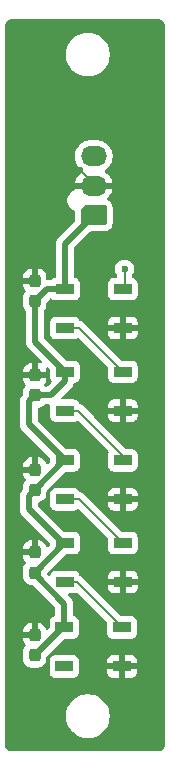
<source format=gbr>
%TF.GenerationSoftware,KiCad,Pcbnew,9.0.3*%
%TF.CreationDate,2025-10-13T20:54:41-05:00*%
%TF.ProjectId,IndicationPCB,496e6469-6361-4746-996f-6e5043422e6b,rev?*%
%TF.SameCoordinates,Original*%
%TF.FileFunction,Copper,L1,Top*%
%TF.FilePolarity,Positive*%
%FSLAX46Y46*%
G04 Gerber Fmt 4.6, Leading zero omitted, Abs format (unit mm)*
G04 Created by KiCad (PCBNEW 9.0.3) date 2025-10-13 20:54:41*
%MOMM*%
%LPD*%
G01*
G04 APERTURE LIST*
G04 Aperture macros list*
%AMRoundRect*
0 Rectangle with rounded corners*
0 $1 Rounding radius*
0 $2 $3 $4 $5 $6 $7 $8 $9 X,Y pos of 4 corners*
0 Add a 4 corners polygon primitive as box body*
4,1,4,$2,$3,$4,$5,$6,$7,$8,$9,$2,$3,0*
0 Add four circle primitives for the rounded corners*
1,1,$1+$1,$2,$3*
1,1,$1+$1,$4,$5*
1,1,$1+$1,$6,$7*
1,1,$1+$1,$8,$9*
0 Add four rect primitives between the rounded corners*
20,1,$1+$1,$2,$3,$4,$5,0*
20,1,$1+$1,$4,$5,$6,$7,0*
20,1,$1+$1,$6,$7,$8,$9,0*
20,1,$1+$1,$8,$9,$2,$3,0*%
%AMFreePoly0*
4,1,22,0.945671,0.830970,1.026777,0.776777,1.080970,0.695671,1.100000,0.600000,1.100000,-0.600000,1.080970,-0.695671,1.026777,-0.776777,0.945671,-0.830970,0.850000,-0.850000,-0.850000,-0.850000,-0.945671,-0.830970,-1.026777,-0.776777,-1.080970,-0.695671,-1.100000,-0.600000,-1.100000,0.346447,-1.080970,0.442118,-1.026777,0.523224,-0.773224,0.776777,-0.692118,0.830970,-0.596447,0.850000,
0.850000,0.850000,0.945671,0.830970,0.945671,0.830970,$1*%
G04 Aperture macros list end*
%TA.AperFunction,SMDPad,CuDef*%
%ADD10R,1.500000X0.900000*%
%TD*%
%TA.AperFunction,SMDPad,CuDef*%
%ADD11RoundRect,0.237500X0.237500X-0.300000X0.237500X0.300000X-0.237500X0.300000X-0.237500X-0.300000X0*%
%TD*%
%TA.AperFunction,ComponentPad*%
%ADD12FreePoly0,0.000000*%
%TD*%
%TA.AperFunction,ComponentPad*%
%ADD13O,2.200000X1.700000*%
%TD*%
%TA.AperFunction,ViaPad*%
%ADD14C,0.600000*%
%TD*%
%TA.AperFunction,Conductor*%
%ADD15C,0.500000*%
%TD*%
%TA.AperFunction,Conductor*%
%ADD16C,0.200000*%
%TD*%
G04 APERTURE END LIST*
D10*
%TO.P,LED2,1-VDD,VDD*%
%TO.N,+5V*%
X142550000Y-78850000D03*
%TO.P,LED2,2-DOUT,DO*%
%TO.N,Net-(LED2-DO)*%
X142550000Y-82150000D03*
%TO.P,LED2,3-GND,GND*%
%TO.N,GND*%
X147450000Y-82150000D03*
%TO.P,LED2,4-DIN,DI*%
%TO.N,Net-(LED1-DO)*%
X147450000Y-78850000D03*
%TD*%
%TO.P,LED1,1-VDD,VDD*%
%TO.N,+5V*%
X142550000Y-71850000D03*
%TO.P,LED1,2-DOUT,DO*%
%TO.N,Net-(LED1-DO)*%
X142550000Y-75150000D03*
%TO.P,LED1,3-GND,GND*%
%TO.N,GND*%
X147450000Y-75150000D03*
%TO.P,LED1,4-DIN,DI*%
%TO.N,/DIN*%
X147450000Y-71850000D03*
%TD*%
D11*
%TO.P,C2,1*%
%TO.N,+5V*%
X140000000Y-80862500D03*
%TO.P,C2,2*%
%TO.N,GND*%
X140000000Y-79137500D03*
%TD*%
D10*
%TO.P,LED3,1-VDD,VDD*%
%TO.N,+5V*%
X142550000Y-86350000D03*
%TO.P,LED3,2-DOUT,DO*%
%TO.N,Net-(LED3-DO)*%
X142550000Y-89650000D03*
%TO.P,LED3,3-GND,GND*%
%TO.N,GND*%
X147450000Y-89650000D03*
%TO.P,LED3,4-DIN,DI*%
%TO.N,Net-(LED2-DO)*%
X147450000Y-86350000D03*
%TD*%
D11*
%TO.P,C3,1*%
%TO.N,+5V*%
X140000000Y-88862500D03*
%TO.P,C3,2*%
%TO.N,GND*%
X140000000Y-87137500D03*
%TD*%
D10*
%TO.P,LED4,1-VDD,VDD*%
%TO.N,+5V*%
X142550000Y-93350000D03*
%TO.P,LED4,2-DOUT,DO*%
%TO.N,Net-(LED4-DO)*%
X142550000Y-96650000D03*
%TO.P,LED4,3-GND,GND*%
%TO.N,GND*%
X147450000Y-96650000D03*
%TO.P,LED4,4-DIN,DI*%
%TO.N,Net-(LED3-DO)*%
X147450000Y-93350000D03*
%TD*%
D11*
%TO.P,C4,1*%
%TO.N,+5V*%
X140000000Y-95862500D03*
%TO.P,C4,2*%
%TO.N,GND*%
X140000000Y-94137500D03*
%TD*%
%TO.P,C1,1*%
%TO.N,+5V*%
X140000000Y-72862500D03*
%TO.P,C1,2*%
%TO.N,GND*%
X140000000Y-71137500D03*
%TD*%
%TO.P,C5,1*%
%TO.N,+5V*%
X140000000Y-102862500D03*
%TO.P,C5,2*%
%TO.N,GND*%
X140000000Y-101137500D03*
%TD*%
D10*
%TO.P,LED5,1-VDD,VDD*%
%TO.N,+5V*%
X142500000Y-100500000D03*
%TO.P,LED5,2-DOUT,DO*%
%TO.N,unconnected-(LED5-DO-Pad2-DOUT)*%
X142500000Y-103800000D03*
%TO.P,LED5,3-GND,GND*%
%TO.N,GND*%
X147400000Y-103800000D03*
%TO.P,LED5,4-DIN,DI*%
%TO.N,Net-(LED4-DO)*%
X147400000Y-100500000D03*
%TD*%
D12*
%TO.P,J1,1,Pin_1*%
%TO.N,+5V*%
X145000000Y-65600000D03*
D13*
%TO.P,J1,2,Pin_2*%
%TO.N,GND*%
X145000000Y-63100000D03*
%TO.P,J1,3,Pin_3*%
%TO.N,/DIN*%
X145000000Y-60600000D03*
%TD*%
D14*
%TO.N,GND*%
X143800000Y-61800000D03*
%TO.N,/DIN*%
X147600000Y-70150000D03*
%TD*%
D15*
%TO.N,+5V*%
X140000000Y-96000000D02*
X142500000Y-98500000D01*
X139500000Y-83300000D02*
X142550000Y-86350000D01*
X141012500Y-71850000D02*
X140000000Y-72862500D01*
X142550000Y-79675000D02*
X141362500Y-80862500D01*
X142550000Y-86350000D02*
X142512500Y-86350000D01*
X140000000Y-88862500D02*
X139500000Y-89362500D01*
X139500000Y-89362500D02*
X139500000Y-90500000D01*
X142350000Y-93350000D02*
X142550000Y-93350000D01*
X142550000Y-71850000D02*
X141012500Y-71850000D01*
X140000000Y-72862500D02*
X140000000Y-76300000D01*
X142550000Y-93350000D02*
X142512500Y-93350000D01*
X139500000Y-81362500D02*
X139500000Y-83300000D01*
X139500000Y-90500000D02*
X142350000Y-93350000D01*
X142362500Y-100500000D02*
X140000000Y-102862500D01*
X142550000Y-71850000D02*
X142550000Y-68050000D01*
X142550000Y-78850000D02*
X142550000Y-79675000D01*
X140000000Y-95862500D02*
X140000000Y-96000000D01*
X142550000Y-68050000D02*
X145000000Y-65600000D01*
X142500000Y-100500000D02*
X142362500Y-100500000D01*
X142500000Y-98500000D02*
X142500000Y-100500000D01*
X141362500Y-80862500D02*
X140000000Y-80862500D01*
X142512500Y-93350000D02*
X140000000Y-95862500D01*
X140000000Y-80862500D02*
X139500000Y-81362500D01*
X142512500Y-86350000D02*
X140000000Y-88862500D01*
X140000000Y-76300000D02*
X142550000Y-78850000D01*
D16*
%TO.N,GND*%
X144900000Y-63000000D02*
X145000000Y-63100000D01*
X144900000Y-62900000D02*
X144900000Y-63000000D01*
X143800000Y-61800000D02*
X144900000Y-62900000D01*
%TO.N,/DIN*%
X147450000Y-71850000D02*
X147600000Y-71700000D01*
X147600000Y-71700000D02*
X147600000Y-70150000D01*
%TO.N,Net-(LED1-DO)*%
X142550000Y-75150000D02*
X143750000Y-75150000D01*
X143750000Y-75150000D02*
X147450000Y-78850000D01*
%TO.N,Net-(LED2-DO)*%
X147450000Y-85950000D02*
X147450000Y-86350000D01*
X143650000Y-82150000D02*
X147450000Y-85950000D01*
X142550000Y-82150000D02*
X143650000Y-82150000D01*
%TO.N,Net-(LED3-DO)*%
X143750000Y-89650000D02*
X147450000Y-93350000D01*
X142550000Y-89650000D02*
X143750000Y-89650000D01*
%TO.N,Net-(LED4-DO)*%
X142550000Y-96650000D02*
X143550000Y-96650000D01*
X143550000Y-96650000D02*
X147400000Y-100500000D01*
%TD*%
%TA.AperFunction,Conductor*%
%TO.N,GND*%
G36*
X150506922Y-49001280D02*
G01*
X150597266Y-49011459D01*
X150624331Y-49017636D01*
X150703540Y-49045352D01*
X150728553Y-49057398D01*
X150799606Y-49102043D01*
X150821313Y-49119355D01*
X150880644Y-49178686D01*
X150897957Y-49200395D01*
X150942600Y-49271444D01*
X150954648Y-49296462D01*
X150982362Y-49375666D01*
X150988540Y-49402735D01*
X150998720Y-49493076D01*
X150999500Y-49506961D01*
X150999500Y-110493038D01*
X150998720Y-110506922D01*
X150998720Y-110506923D01*
X150988540Y-110597264D01*
X150982362Y-110624333D01*
X150954648Y-110703537D01*
X150942600Y-110728555D01*
X150897957Y-110799604D01*
X150880644Y-110821313D01*
X150821313Y-110880644D01*
X150799604Y-110897957D01*
X150728555Y-110942600D01*
X150703537Y-110954648D01*
X150624333Y-110982362D01*
X150597264Y-110988540D01*
X150517075Y-110997576D01*
X150506921Y-110998720D01*
X150493038Y-110999500D01*
X138006962Y-110999500D01*
X137993078Y-110998720D01*
X137980553Y-110997308D01*
X137902735Y-110988540D01*
X137875666Y-110982362D01*
X137796462Y-110954648D01*
X137771444Y-110942600D01*
X137700395Y-110897957D01*
X137678686Y-110880644D01*
X137619355Y-110821313D01*
X137602042Y-110799604D01*
X137557399Y-110728555D01*
X137545351Y-110703537D01*
X137517637Y-110624333D01*
X137511459Y-110597263D01*
X137501280Y-110506922D01*
X137500500Y-110493038D01*
X137500500Y-107878711D01*
X142649500Y-107878711D01*
X142649500Y-108121288D01*
X142681161Y-108361785D01*
X142743947Y-108596104D01*
X142836773Y-108820205D01*
X142836776Y-108820212D01*
X142958064Y-109030289D01*
X142958066Y-109030292D01*
X142958067Y-109030293D01*
X143105733Y-109222736D01*
X143105739Y-109222743D01*
X143277256Y-109394260D01*
X143277262Y-109394265D01*
X143469711Y-109541936D01*
X143679788Y-109663224D01*
X143903900Y-109756054D01*
X144138211Y-109818838D01*
X144318586Y-109842584D01*
X144378711Y-109850500D01*
X144378712Y-109850500D01*
X144621289Y-109850500D01*
X144669388Y-109844167D01*
X144861789Y-109818838D01*
X145096100Y-109756054D01*
X145320212Y-109663224D01*
X145530289Y-109541936D01*
X145722738Y-109394265D01*
X145894265Y-109222738D01*
X146041936Y-109030289D01*
X146163224Y-108820212D01*
X146256054Y-108596100D01*
X146318838Y-108361789D01*
X146350500Y-108121288D01*
X146350500Y-107878712D01*
X146318838Y-107638211D01*
X146256054Y-107403900D01*
X146163224Y-107179788D01*
X146041936Y-106969711D01*
X145894265Y-106777262D01*
X145894260Y-106777256D01*
X145722743Y-106605739D01*
X145722736Y-106605733D01*
X145530293Y-106458067D01*
X145530292Y-106458066D01*
X145530289Y-106458064D01*
X145320212Y-106336776D01*
X145320205Y-106336773D01*
X145096104Y-106243947D01*
X144861785Y-106181161D01*
X144621289Y-106149500D01*
X144621288Y-106149500D01*
X144378712Y-106149500D01*
X144378711Y-106149500D01*
X144138214Y-106181161D01*
X143903895Y-106243947D01*
X143679794Y-106336773D01*
X143679785Y-106336777D01*
X143469706Y-106458067D01*
X143277263Y-106605733D01*
X143277256Y-106605739D01*
X143105739Y-106777256D01*
X143105733Y-106777263D01*
X142958067Y-106969706D01*
X142836777Y-107179785D01*
X142836773Y-107179794D01*
X142743947Y-107403895D01*
X142681161Y-107638214D01*
X142649500Y-107878711D01*
X137500500Y-107878711D01*
X137500500Y-100788345D01*
X139025000Y-100788345D01*
X139025000Y-100887500D01*
X139750000Y-100887500D01*
X139750000Y-100100000D01*
X139713361Y-100100000D01*
X139713343Y-100100001D01*
X139612347Y-100110319D01*
X139448699Y-100164546D01*
X139448688Y-100164551D01*
X139301965Y-100255052D01*
X139301961Y-100255055D01*
X139180055Y-100376961D01*
X139180052Y-100376965D01*
X139089551Y-100523688D01*
X139089546Y-100523699D01*
X139035319Y-100687347D01*
X139025000Y-100788345D01*
X137500500Y-100788345D01*
X137500500Y-93788345D01*
X139025000Y-93788345D01*
X139025000Y-93887500D01*
X139750000Y-93887500D01*
X139750000Y-93100000D01*
X139713361Y-93100000D01*
X139713343Y-93100001D01*
X139612347Y-93110319D01*
X139448699Y-93164546D01*
X139448688Y-93164551D01*
X139301965Y-93255052D01*
X139301961Y-93255055D01*
X139180055Y-93376961D01*
X139180052Y-93376965D01*
X139089551Y-93523688D01*
X139089546Y-93523699D01*
X139035319Y-93687347D01*
X139025000Y-93788345D01*
X137500500Y-93788345D01*
X137500500Y-86788345D01*
X139025000Y-86788345D01*
X139025000Y-86887500D01*
X139750000Y-86887500D01*
X139750000Y-86100000D01*
X139713361Y-86100000D01*
X139713343Y-86100001D01*
X139612347Y-86110319D01*
X139448699Y-86164546D01*
X139448688Y-86164551D01*
X139301965Y-86255052D01*
X139301961Y-86255055D01*
X139180055Y-86376961D01*
X139180052Y-86376965D01*
X139089551Y-86523688D01*
X139089546Y-86523699D01*
X139035319Y-86687347D01*
X139025000Y-86788345D01*
X137500500Y-86788345D01*
X137500500Y-83373920D01*
X138749499Y-83373920D01*
X138778340Y-83518907D01*
X138778343Y-83518917D01*
X138834914Y-83655492D01*
X138867812Y-83704727D01*
X138867813Y-83704730D01*
X138917046Y-83778414D01*
X138917052Y-83778421D01*
X141263181Y-86124548D01*
X141277884Y-86151475D01*
X141294477Y-86177294D01*
X141295368Y-86183494D01*
X141296666Y-86185871D01*
X141299500Y-86212229D01*
X141299500Y-86450269D01*
X141279815Y-86517308D01*
X141263181Y-86537951D01*
X141143943Y-86657188D01*
X141082620Y-86690672D01*
X141012928Y-86685688D01*
X140956995Y-86643816D01*
X140938556Y-86608509D01*
X140910454Y-86523701D01*
X140910448Y-86523688D01*
X140819947Y-86376965D01*
X140819944Y-86376961D01*
X140698038Y-86255055D01*
X140698034Y-86255052D01*
X140551311Y-86164551D01*
X140551300Y-86164546D01*
X140387652Y-86110319D01*
X140286654Y-86100000D01*
X140250000Y-86100000D01*
X140250000Y-87013500D01*
X140230315Y-87080539D01*
X140177511Y-87126294D01*
X140126000Y-87137500D01*
X140000000Y-87137500D01*
X140000000Y-87263500D01*
X139980315Y-87330539D01*
X139927511Y-87376294D01*
X139876000Y-87387500D01*
X139025001Y-87387500D01*
X139025001Y-87486654D01*
X139035319Y-87587652D01*
X139089546Y-87751300D01*
X139089551Y-87751311D01*
X139180052Y-87898034D01*
X139180055Y-87898038D01*
X139193982Y-87911965D01*
X139227467Y-87973288D01*
X139222483Y-88042980D01*
X139193984Y-88087325D01*
X139179661Y-88101648D01*
X139089093Y-88248481D01*
X139089092Y-88248484D01*
X139034826Y-88412247D01*
X139034826Y-88412248D01*
X139034825Y-88412248D01*
X139024500Y-88513315D01*
X139024500Y-88725268D01*
X139017174Y-88750216D01*
X139013655Y-88775983D01*
X139006603Y-88786215D01*
X139004815Y-88792307D01*
X138994783Y-88805808D01*
X138991616Y-88809514D01*
X138917048Y-88884084D01*
X138882081Y-88936417D01*
X138878021Y-88942492D01*
X138878016Y-88942499D01*
X138834913Y-89007008D01*
X138778343Y-89143582D01*
X138778340Y-89143592D01*
X138749500Y-89288579D01*
X138749500Y-89288582D01*
X138749500Y-90573918D01*
X138749500Y-90573920D01*
X138749499Y-90573920D01*
X138778340Y-90718907D01*
X138778343Y-90718917D01*
X138834914Y-90855492D01*
X138867812Y-90904727D01*
X138867813Y-90904730D01*
X138917046Y-90978414D01*
X138917052Y-90978421D01*
X141263181Y-93324548D01*
X141277884Y-93351475D01*
X141294477Y-93377294D01*
X141295368Y-93383494D01*
X141296666Y-93385871D01*
X141299500Y-93412229D01*
X141299500Y-93450269D01*
X141279815Y-93517308D01*
X141263181Y-93537951D01*
X141143943Y-93657188D01*
X141082620Y-93690672D01*
X141012928Y-93685688D01*
X140956995Y-93643816D01*
X140938556Y-93608509D01*
X140910454Y-93523701D01*
X140910448Y-93523688D01*
X140819947Y-93376965D01*
X140819944Y-93376961D01*
X140698038Y-93255055D01*
X140698034Y-93255052D01*
X140551311Y-93164551D01*
X140551300Y-93164546D01*
X140387652Y-93110319D01*
X140286654Y-93100000D01*
X140250000Y-93100000D01*
X140250000Y-94013500D01*
X140230315Y-94080539D01*
X140177511Y-94126294D01*
X140126000Y-94137500D01*
X140000000Y-94137500D01*
X140000000Y-94263500D01*
X139980315Y-94330539D01*
X139927511Y-94376294D01*
X139876000Y-94387500D01*
X139025001Y-94387500D01*
X139025001Y-94486654D01*
X139035319Y-94587652D01*
X139089546Y-94751300D01*
X139089551Y-94751311D01*
X139180052Y-94898034D01*
X139180055Y-94898038D01*
X139193982Y-94911965D01*
X139227467Y-94973288D01*
X139222483Y-95042980D01*
X139193984Y-95087325D01*
X139179661Y-95101648D01*
X139089093Y-95248481D01*
X139089092Y-95248484D01*
X139034826Y-95412247D01*
X139034826Y-95412248D01*
X139034825Y-95412248D01*
X139024500Y-95513315D01*
X139024500Y-96211669D01*
X139024501Y-96211687D01*
X139034825Y-96312752D01*
X139063737Y-96400000D01*
X139089092Y-96476516D01*
X139179660Y-96623350D01*
X139301650Y-96745340D01*
X139448484Y-96835908D01*
X139612247Y-96890174D01*
X139713323Y-96900500D01*
X139787768Y-96900499D01*
X139854807Y-96920183D01*
X139875450Y-96936818D01*
X141713181Y-98774549D01*
X141746666Y-98835872D01*
X141749500Y-98862230D01*
X141749500Y-99433023D01*
X141729815Y-99500062D01*
X141677011Y-99545817D01*
X141649865Y-99553266D01*
X141650068Y-99554124D01*
X141642520Y-99555907D01*
X141507671Y-99606202D01*
X141507664Y-99606206D01*
X141392455Y-99692452D01*
X141392452Y-99692455D01*
X141306206Y-99807664D01*
X141306202Y-99807671D01*
X141255908Y-99942517D01*
X141249501Y-100002116D01*
X141249501Y-100002123D01*
X141249500Y-100002135D01*
X141249500Y-100500269D01*
X141240855Y-100529706D01*
X141234332Y-100559697D01*
X141230576Y-100564713D01*
X141229815Y-100567308D01*
X141213181Y-100587951D01*
X141143943Y-100657188D01*
X141082619Y-100690672D01*
X141012928Y-100685687D01*
X140956994Y-100643816D01*
X140938556Y-100608509D01*
X140910454Y-100523701D01*
X140910448Y-100523688D01*
X140819947Y-100376965D01*
X140819944Y-100376961D01*
X140698038Y-100255055D01*
X140698034Y-100255052D01*
X140551311Y-100164551D01*
X140551300Y-100164546D01*
X140387652Y-100110319D01*
X140286654Y-100100000D01*
X140250000Y-100100000D01*
X140250000Y-101013500D01*
X140230315Y-101080539D01*
X140177511Y-101126294D01*
X140126000Y-101137500D01*
X140000000Y-101137500D01*
X140000000Y-101263500D01*
X139980315Y-101330539D01*
X139927511Y-101376294D01*
X139876000Y-101387500D01*
X139025001Y-101387500D01*
X139025001Y-101486654D01*
X139035319Y-101587652D01*
X139089546Y-101751300D01*
X139089551Y-101751311D01*
X139180052Y-101898034D01*
X139180055Y-101898038D01*
X139193982Y-101911965D01*
X139227467Y-101973288D01*
X139222483Y-102042980D01*
X139193984Y-102087325D01*
X139179661Y-102101648D01*
X139089093Y-102248481D01*
X139089092Y-102248484D01*
X139034826Y-102412247D01*
X139034826Y-102412248D01*
X139034825Y-102412248D01*
X139024500Y-102513315D01*
X139024500Y-103211669D01*
X139024501Y-103211687D01*
X139034825Y-103312752D01*
X139071109Y-103422249D01*
X139089092Y-103476516D01*
X139179660Y-103623350D01*
X139301650Y-103745340D01*
X139448484Y-103835908D01*
X139612247Y-103890174D01*
X139713323Y-103900500D01*
X140286676Y-103900499D01*
X140286684Y-103900498D01*
X140286687Y-103900498D01*
X140342030Y-103894844D01*
X140387753Y-103890174D01*
X140551516Y-103835908D01*
X140698350Y-103745340D01*
X140820340Y-103623350D01*
X140910908Y-103476516D01*
X140965174Y-103312753D01*
X140966259Y-103302135D01*
X141249500Y-103302135D01*
X141249500Y-104297870D01*
X141249501Y-104297876D01*
X141255908Y-104357483D01*
X141306202Y-104492328D01*
X141306206Y-104492335D01*
X141392452Y-104607544D01*
X141392455Y-104607547D01*
X141507664Y-104693793D01*
X141507671Y-104693797D01*
X141642517Y-104744091D01*
X141642516Y-104744091D01*
X141649444Y-104744835D01*
X141702127Y-104750500D01*
X143297872Y-104750499D01*
X143357483Y-104744091D01*
X143492331Y-104693796D01*
X143607546Y-104607546D01*
X143693796Y-104492331D01*
X143744091Y-104357483D01*
X143750500Y-104297873D01*
X143750500Y-104297844D01*
X146150000Y-104297844D01*
X146156401Y-104357372D01*
X146156403Y-104357379D01*
X146206645Y-104492086D01*
X146206649Y-104492093D01*
X146292809Y-104607187D01*
X146292812Y-104607190D01*
X146407906Y-104693350D01*
X146407913Y-104693354D01*
X146542620Y-104743596D01*
X146542627Y-104743598D01*
X146602155Y-104749999D01*
X146602172Y-104750000D01*
X147150000Y-104750000D01*
X147650000Y-104750000D01*
X148197828Y-104750000D01*
X148197844Y-104749999D01*
X148257372Y-104743598D01*
X148257379Y-104743596D01*
X148392086Y-104693354D01*
X148392093Y-104693350D01*
X148507187Y-104607190D01*
X148507190Y-104607187D01*
X148593350Y-104492093D01*
X148593354Y-104492086D01*
X148643596Y-104357379D01*
X148643598Y-104357372D01*
X148649999Y-104297844D01*
X148650000Y-104297827D01*
X148650000Y-104050000D01*
X147650000Y-104050000D01*
X147650000Y-104750000D01*
X147150000Y-104750000D01*
X147150000Y-104050000D01*
X146150000Y-104050000D01*
X146150000Y-104297844D01*
X143750500Y-104297844D01*
X143750499Y-103745340D01*
X143750499Y-103302155D01*
X146150000Y-103302155D01*
X146150000Y-103550000D01*
X147150000Y-103550000D01*
X147650000Y-103550000D01*
X148650000Y-103550000D01*
X148650000Y-103302172D01*
X148649999Y-103302155D01*
X148643598Y-103242627D01*
X148643596Y-103242620D01*
X148593354Y-103107913D01*
X148593350Y-103107906D01*
X148507190Y-102992812D01*
X148507187Y-102992809D01*
X148392093Y-102906649D01*
X148392086Y-102906645D01*
X148257379Y-102856403D01*
X148257372Y-102856401D01*
X148197844Y-102850000D01*
X147650000Y-102850000D01*
X147650000Y-103550000D01*
X147150000Y-103550000D01*
X147150000Y-102850000D01*
X146602155Y-102850000D01*
X146542627Y-102856401D01*
X146542620Y-102856403D01*
X146407913Y-102906645D01*
X146407906Y-102906649D01*
X146292812Y-102992809D01*
X146292809Y-102992812D01*
X146206649Y-103107906D01*
X146206645Y-103107913D01*
X146156403Y-103242620D01*
X146156401Y-103242627D01*
X146150000Y-103302155D01*
X143750499Y-103302155D01*
X143750499Y-103302129D01*
X143750498Y-103302123D01*
X143750497Y-103302116D01*
X143744091Y-103242517D01*
X143732592Y-103211687D01*
X143693797Y-103107671D01*
X143693793Y-103107664D01*
X143607547Y-102992455D01*
X143607544Y-102992452D01*
X143492335Y-102906206D01*
X143492328Y-102906202D01*
X143357482Y-102855908D01*
X143357483Y-102855908D01*
X143297883Y-102849501D01*
X143297881Y-102849500D01*
X143297873Y-102849500D01*
X143297864Y-102849500D01*
X141702129Y-102849500D01*
X141702123Y-102849501D01*
X141642516Y-102855908D01*
X141507671Y-102906202D01*
X141507664Y-102906206D01*
X141392455Y-102992452D01*
X141392452Y-102992455D01*
X141306206Y-103107664D01*
X141306202Y-103107671D01*
X141255908Y-103242517D01*
X141249501Y-103302116D01*
X141249501Y-103302123D01*
X141249500Y-103302135D01*
X140966259Y-103302135D01*
X140975500Y-103211677D01*
X140975499Y-102999729D01*
X140995183Y-102932690D01*
X141011813Y-102912053D01*
X142437048Y-101486817D01*
X142498371Y-101453333D01*
X142524729Y-101450499D01*
X143297871Y-101450499D01*
X143297872Y-101450499D01*
X143357483Y-101444091D01*
X143492331Y-101393796D01*
X143607546Y-101307546D01*
X143693796Y-101192331D01*
X143744091Y-101057483D01*
X143750500Y-100997873D01*
X143750499Y-100002128D01*
X143744091Y-99942517D01*
X143693796Y-99807669D01*
X143693795Y-99807668D01*
X143693793Y-99807664D01*
X143607547Y-99692455D01*
X143607544Y-99692452D01*
X143492335Y-99606206D01*
X143492328Y-99606202D01*
X143357482Y-99555908D01*
X143349938Y-99554126D01*
X143350474Y-99551853D01*
X143296688Y-99529571D01*
X143256843Y-99472177D01*
X143250500Y-99433024D01*
X143250500Y-98426079D01*
X143221659Y-98281092D01*
X143221658Y-98281091D01*
X143221658Y-98281087D01*
X143165084Y-98144505D01*
X143132186Y-98095270D01*
X143132185Y-98095268D01*
X143082956Y-98021589D01*
X143082952Y-98021584D01*
X142873548Y-97812180D01*
X142840063Y-97750857D01*
X142845047Y-97681165D01*
X142886919Y-97625232D01*
X142952383Y-97600815D01*
X142961229Y-97600499D01*
X143347871Y-97600499D01*
X143347872Y-97600499D01*
X143407483Y-97594091D01*
X143505710Y-97557454D01*
X143575398Y-97552471D01*
X143636718Y-97585953D01*
X143636721Y-97585956D01*
X146113181Y-100062416D01*
X146146666Y-100123739D01*
X146149500Y-100150097D01*
X146149500Y-100997870D01*
X146149501Y-100997876D01*
X146155908Y-101057483D01*
X146206202Y-101192328D01*
X146206206Y-101192335D01*
X146292452Y-101307544D01*
X146292455Y-101307547D01*
X146407664Y-101393793D01*
X146407671Y-101393797D01*
X146542517Y-101444091D01*
X146542516Y-101444091D01*
X146549444Y-101444835D01*
X146602127Y-101450500D01*
X148197872Y-101450499D01*
X148257483Y-101444091D01*
X148392331Y-101393796D01*
X148507546Y-101307546D01*
X148593796Y-101192331D01*
X148644091Y-101057483D01*
X148650500Y-100997873D01*
X148650499Y-100002128D01*
X148644091Y-99942517D01*
X148593796Y-99807669D01*
X148593795Y-99807668D01*
X148593793Y-99807664D01*
X148507547Y-99692455D01*
X148507544Y-99692452D01*
X148392335Y-99606206D01*
X148392328Y-99606202D01*
X148257482Y-99555908D01*
X148257483Y-99555908D01*
X148197883Y-99549501D01*
X148197881Y-99549500D01*
X148197873Y-99549500D01*
X148197865Y-99549500D01*
X147350097Y-99549500D01*
X147283058Y-99529815D01*
X147262416Y-99513181D01*
X144897079Y-97147844D01*
X146200000Y-97147844D01*
X146206401Y-97207372D01*
X146206403Y-97207379D01*
X146256645Y-97342086D01*
X146256649Y-97342093D01*
X146342809Y-97457187D01*
X146342812Y-97457190D01*
X146457906Y-97543350D01*
X146457913Y-97543354D01*
X146592620Y-97593596D01*
X146592627Y-97593598D01*
X146652155Y-97599999D01*
X146652172Y-97600000D01*
X147200000Y-97600000D01*
X147700000Y-97600000D01*
X148247828Y-97600000D01*
X148247844Y-97599999D01*
X148307372Y-97593598D01*
X148307379Y-97593596D01*
X148442086Y-97543354D01*
X148442093Y-97543350D01*
X148557187Y-97457190D01*
X148557190Y-97457187D01*
X148643350Y-97342093D01*
X148643354Y-97342086D01*
X148693596Y-97207379D01*
X148693598Y-97207372D01*
X148699999Y-97147844D01*
X148700000Y-97147827D01*
X148700000Y-96900000D01*
X147700000Y-96900000D01*
X147700000Y-97600000D01*
X147200000Y-97600000D01*
X147200000Y-96900000D01*
X146200000Y-96900000D01*
X146200000Y-97147844D01*
X144897079Y-97147844D01*
X144037589Y-96288354D01*
X144030520Y-96281285D01*
X144030520Y-96281284D01*
X143918716Y-96169480D01*
X143918715Y-96169479D01*
X143918712Y-96169477D01*
X143888709Y-96152155D01*
X146200000Y-96152155D01*
X146200000Y-96400000D01*
X147200000Y-96400000D01*
X147700000Y-96400000D01*
X148700000Y-96400000D01*
X148700000Y-96152172D01*
X148699999Y-96152155D01*
X148693598Y-96092627D01*
X148693596Y-96092620D01*
X148643354Y-95957913D01*
X148643350Y-95957906D01*
X148557190Y-95842812D01*
X148557187Y-95842809D01*
X148442093Y-95756649D01*
X148442086Y-95756645D01*
X148307379Y-95706403D01*
X148307372Y-95706401D01*
X148247844Y-95700000D01*
X147700000Y-95700000D01*
X147700000Y-96400000D01*
X147200000Y-96400000D01*
X147200000Y-95700000D01*
X146652155Y-95700000D01*
X146592627Y-95706401D01*
X146592620Y-95706403D01*
X146457913Y-95756645D01*
X146457906Y-95756649D01*
X146342812Y-95842809D01*
X146342809Y-95842812D01*
X146256649Y-95957906D01*
X146256645Y-95957913D01*
X146206403Y-96092620D01*
X146206401Y-96092627D01*
X146200000Y-96152155D01*
X143888709Y-96152155D01*
X143835077Y-96121191D01*
X143786862Y-96070624D01*
X143780895Y-96057137D01*
X143743797Y-95957671D01*
X143743793Y-95957664D01*
X143657547Y-95842455D01*
X143657544Y-95842452D01*
X143542335Y-95756206D01*
X143542328Y-95756202D01*
X143407482Y-95705908D01*
X143407483Y-95705908D01*
X143347883Y-95699501D01*
X143347881Y-95699500D01*
X143347873Y-95699500D01*
X143347864Y-95699500D01*
X141752129Y-95699500D01*
X141752123Y-95699501D01*
X141692516Y-95705908D01*
X141557671Y-95756202D01*
X141557664Y-95756206D01*
X141442455Y-95842452D01*
X141442452Y-95842455D01*
X141356206Y-95957664D01*
X141356203Y-95957669D01*
X141332038Y-96022460D01*
X141290166Y-96078393D01*
X141224702Y-96102810D01*
X141156429Y-96087958D01*
X141128175Y-96066807D01*
X141080298Y-96018930D01*
X141046813Y-95957607D01*
X141051797Y-95887915D01*
X141080298Y-95843568D01*
X142587048Y-94336818D01*
X142648371Y-94303333D01*
X142674729Y-94300499D01*
X143347871Y-94300499D01*
X143347872Y-94300499D01*
X143407483Y-94294091D01*
X143542331Y-94243796D01*
X143657546Y-94157546D01*
X143743796Y-94042331D01*
X143794091Y-93907483D01*
X143800500Y-93847873D01*
X143800499Y-92852128D01*
X143794091Y-92792517D01*
X143743796Y-92657669D01*
X143743795Y-92657668D01*
X143743793Y-92657664D01*
X143657547Y-92542455D01*
X143657544Y-92542452D01*
X143542335Y-92456206D01*
X143542328Y-92456202D01*
X143407482Y-92405908D01*
X143407483Y-92405908D01*
X143347883Y-92399501D01*
X143347881Y-92399500D01*
X143347873Y-92399500D01*
X143347865Y-92399500D01*
X142512229Y-92399500D01*
X142445190Y-92379815D01*
X142424548Y-92363181D01*
X140286819Y-90225451D01*
X140272115Y-90198523D01*
X140255523Y-90172705D01*
X140254631Y-90166504D01*
X140253334Y-90164128D01*
X140250500Y-90137770D01*
X140250500Y-90016173D01*
X140270185Y-89949134D01*
X140322989Y-89903379D01*
X140361899Y-89892815D01*
X140365749Y-89892421D01*
X140387753Y-89890174D01*
X140551516Y-89835908D01*
X140698350Y-89745340D01*
X140820340Y-89623350D01*
X140910908Y-89476516D01*
X140965174Y-89312753D01*
X140975500Y-89211677D01*
X140975500Y-89152135D01*
X141299500Y-89152135D01*
X141299500Y-90147870D01*
X141299501Y-90147876D01*
X141305908Y-90207483D01*
X141356202Y-90342328D01*
X141356206Y-90342335D01*
X141442452Y-90457544D01*
X141442455Y-90457547D01*
X141557664Y-90543793D01*
X141557671Y-90543797D01*
X141692517Y-90594091D01*
X141692516Y-90594091D01*
X141699444Y-90594835D01*
X141752127Y-90600500D01*
X143347872Y-90600499D01*
X143407483Y-90594091D01*
X143542331Y-90543796D01*
X143600563Y-90500203D01*
X143666025Y-90475786D01*
X143734298Y-90490637D01*
X143762554Y-90511789D01*
X146163181Y-92912416D01*
X146196666Y-92973739D01*
X146199500Y-93000097D01*
X146199500Y-93847870D01*
X146199501Y-93847876D01*
X146205908Y-93907483D01*
X146256202Y-94042328D01*
X146256206Y-94042335D01*
X146342452Y-94157544D01*
X146342455Y-94157547D01*
X146457664Y-94243793D01*
X146457671Y-94243797D01*
X146592517Y-94294091D01*
X146592516Y-94294091D01*
X146599444Y-94294835D01*
X146652127Y-94300500D01*
X148247872Y-94300499D01*
X148307483Y-94294091D01*
X148442331Y-94243796D01*
X148557546Y-94157546D01*
X148643796Y-94042331D01*
X148694091Y-93907483D01*
X148700500Y-93847873D01*
X148700499Y-92852128D01*
X148694091Y-92792517D01*
X148643796Y-92657669D01*
X148643795Y-92657668D01*
X148643793Y-92657664D01*
X148557547Y-92542455D01*
X148557544Y-92542452D01*
X148442335Y-92456206D01*
X148442328Y-92456202D01*
X148307482Y-92405908D01*
X148307483Y-92405908D01*
X148247883Y-92399501D01*
X148247881Y-92399500D01*
X148247873Y-92399500D01*
X148247865Y-92399500D01*
X147400097Y-92399500D01*
X147333058Y-92379815D01*
X147312416Y-92363181D01*
X145097079Y-90147844D01*
X146200000Y-90147844D01*
X146206401Y-90207372D01*
X146206403Y-90207379D01*
X146256645Y-90342086D01*
X146256649Y-90342093D01*
X146342809Y-90457187D01*
X146342812Y-90457190D01*
X146457906Y-90543350D01*
X146457913Y-90543354D01*
X146592620Y-90593596D01*
X146592627Y-90593598D01*
X146652155Y-90599999D01*
X146652172Y-90600000D01*
X147200000Y-90600000D01*
X147700000Y-90600000D01*
X148247828Y-90600000D01*
X148247844Y-90599999D01*
X148307372Y-90593598D01*
X148307379Y-90593596D01*
X148442086Y-90543354D01*
X148442093Y-90543350D01*
X148557187Y-90457190D01*
X148557190Y-90457187D01*
X148643350Y-90342093D01*
X148643354Y-90342086D01*
X148693596Y-90207379D01*
X148693598Y-90207372D01*
X148699999Y-90147844D01*
X148700000Y-90147827D01*
X148700000Y-89900000D01*
X147700000Y-89900000D01*
X147700000Y-90600000D01*
X147200000Y-90600000D01*
X147200000Y-89900000D01*
X146200000Y-89900000D01*
X146200000Y-90147844D01*
X145097079Y-90147844D01*
X144237589Y-89288354D01*
X144230520Y-89281285D01*
X144230520Y-89281284D01*
X144118716Y-89169480D01*
X144088708Y-89152155D01*
X146200000Y-89152155D01*
X146200000Y-89400000D01*
X147200000Y-89400000D01*
X147700000Y-89400000D01*
X148700000Y-89400000D01*
X148700000Y-89152172D01*
X148699999Y-89152155D01*
X148693598Y-89092627D01*
X148693596Y-89092620D01*
X148643354Y-88957913D01*
X148643350Y-88957906D01*
X148557190Y-88842812D01*
X148557187Y-88842809D01*
X148442093Y-88756649D01*
X148442086Y-88756645D01*
X148307379Y-88706403D01*
X148307372Y-88706401D01*
X148247844Y-88700000D01*
X147700000Y-88700000D01*
X147700000Y-89400000D01*
X147200000Y-89400000D01*
X147200000Y-88700000D01*
X146652155Y-88700000D01*
X146592627Y-88706401D01*
X146592620Y-88706403D01*
X146457913Y-88756645D01*
X146457906Y-88756649D01*
X146342812Y-88842809D01*
X146342809Y-88842812D01*
X146256649Y-88957906D01*
X146256645Y-88957913D01*
X146206403Y-89092620D01*
X146206401Y-89092627D01*
X146200000Y-89152155D01*
X144088708Y-89152155D01*
X144031904Y-89119360D01*
X144031904Y-89119359D01*
X144031900Y-89119358D01*
X143981785Y-89090423D01*
X143834128Y-89050857D01*
X143774470Y-89014494D01*
X143750042Y-88974417D01*
X143743796Y-88957669D01*
X143743794Y-88957666D01*
X143743793Y-88957664D01*
X143657547Y-88842455D01*
X143657544Y-88842452D01*
X143542335Y-88756206D01*
X143542328Y-88756202D01*
X143407482Y-88705908D01*
X143407483Y-88705908D01*
X143347883Y-88699501D01*
X143347881Y-88699500D01*
X143347873Y-88699500D01*
X143347864Y-88699500D01*
X141752129Y-88699500D01*
X141752123Y-88699501D01*
X141692516Y-88705908D01*
X141557671Y-88756202D01*
X141557664Y-88756206D01*
X141442455Y-88842452D01*
X141442452Y-88842455D01*
X141356206Y-88957664D01*
X141356202Y-88957671D01*
X141305908Y-89092517D01*
X141299501Y-89152116D01*
X141299500Y-89152135D01*
X140975500Y-89152135D01*
X140975499Y-88999729D01*
X140995183Y-88932690D01*
X141011813Y-88912053D01*
X142587048Y-87336817D01*
X142648371Y-87303333D01*
X142674729Y-87300499D01*
X143347871Y-87300499D01*
X143347872Y-87300499D01*
X143407483Y-87294091D01*
X143542331Y-87243796D01*
X143657546Y-87157546D01*
X143743796Y-87042331D01*
X143794091Y-86907483D01*
X143800500Y-86847873D01*
X143800499Y-85852128D01*
X143794091Y-85792517D01*
X143757455Y-85694292D01*
X143743797Y-85657671D01*
X143743793Y-85657664D01*
X143657547Y-85542455D01*
X143657544Y-85542452D01*
X143542335Y-85456206D01*
X143542328Y-85456202D01*
X143407482Y-85405908D01*
X143407483Y-85405908D01*
X143347883Y-85399501D01*
X143347881Y-85399500D01*
X143347873Y-85399500D01*
X143347865Y-85399500D01*
X142712229Y-85399500D01*
X142645190Y-85379815D01*
X142624548Y-85363181D01*
X140286819Y-83025451D01*
X140253334Y-82964128D01*
X140250500Y-82937770D01*
X140250500Y-82016173D01*
X140270185Y-81949134D01*
X140322989Y-81903379D01*
X140361899Y-81892815D01*
X140365749Y-81892421D01*
X140387753Y-81890174D01*
X140551516Y-81835908D01*
X140698350Y-81745340D01*
X140794371Y-81649319D01*
X140855694Y-81615834D01*
X140882052Y-81613000D01*
X141175500Y-81613000D01*
X141242539Y-81632685D01*
X141288294Y-81685489D01*
X141299500Y-81737000D01*
X141299500Y-82647870D01*
X141299501Y-82647876D01*
X141305908Y-82707483D01*
X141356202Y-82842328D01*
X141356206Y-82842335D01*
X141442452Y-82957544D01*
X141442455Y-82957547D01*
X141557664Y-83043793D01*
X141557671Y-83043797D01*
X141692517Y-83094091D01*
X141692516Y-83094091D01*
X141699444Y-83094835D01*
X141752127Y-83100500D01*
X143347872Y-83100499D01*
X143407483Y-83094091D01*
X143542331Y-83043796D01*
X143543373Y-83043016D01*
X143544592Y-83042561D01*
X143550114Y-83039546D01*
X143550547Y-83040339D01*
X143608837Y-83018598D01*
X143677110Y-83033449D01*
X143705366Y-83054601D01*
X146214043Y-85563278D01*
X146247528Y-85624601D01*
X146242544Y-85694292D01*
X146205908Y-85792517D01*
X146199501Y-85852116D01*
X146199501Y-85852123D01*
X146199500Y-85852135D01*
X146199500Y-86847870D01*
X146199501Y-86847876D01*
X146205908Y-86907483D01*
X146256202Y-87042328D01*
X146256206Y-87042335D01*
X146342452Y-87157544D01*
X146342455Y-87157547D01*
X146457664Y-87243793D01*
X146457671Y-87243797D01*
X146592517Y-87294091D01*
X146592516Y-87294091D01*
X146599444Y-87294835D01*
X146652127Y-87300500D01*
X148247872Y-87300499D01*
X148307483Y-87294091D01*
X148442331Y-87243796D01*
X148557546Y-87157546D01*
X148643796Y-87042331D01*
X148694091Y-86907483D01*
X148700500Y-86847873D01*
X148700499Y-85852128D01*
X148694091Y-85792517D01*
X148657455Y-85694292D01*
X148643797Y-85657671D01*
X148643793Y-85657664D01*
X148557547Y-85542455D01*
X148557544Y-85542452D01*
X148442335Y-85456206D01*
X148442328Y-85456202D01*
X148307482Y-85405908D01*
X148307483Y-85405908D01*
X148247883Y-85399501D01*
X148247881Y-85399500D01*
X148247873Y-85399500D01*
X148247865Y-85399500D01*
X147800098Y-85399500D01*
X147733059Y-85379815D01*
X147712417Y-85363181D01*
X147558659Y-85209423D01*
X144997079Y-82647844D01*
X146200000Y-82647844D01*
X146206401Y-82707372D01*
X146206403Y-82707379D01*
X146256645Y-82842086D01*
X146256649Y-82842093D01*
X146342809Y-82957187D01*
X146342812Y-82957190D01*
X146457906Y-83043350D01*
X146457913Y-83043354D01*
X146592620Y-83093596D01*
X146592627Y-83093598D01*
X146652155Y-83099999D01*
X146652172Y-83100000D01*
X147200000Y-83100000D01*
X147700000Y-83100000D01*
X148247828Y-83100000D01*
X148247844Y-83099999D01*
X148307372Y-83093598D01*
X148307379Y-83093596D01*
X148442086Y-83043354D01*
X148442093Y-83043350D01*
X148557187Y-82957190D01*
X148557190Y-82957187D01*
X148643350Y-82842093D01*
X148643354Y-82842086D01*
X148693596Y-82707379D01*
X148693598Y-82707372D01*
X148699999Y-82647844D01*
X148700000Y-82647827D01*
X148700000Y-82400000D01*
X147700000Y-82400000D01*
X147700000Y-83100000D01*
X147200000Y-83100000D01*
X147200000Y-82400000D01*
X146200000Y-82400000D01*
X146200000Y-82647844D01*
X144997079Y-82647844D01*
X144130521Y-81781286D01*
X144130520Y-81781284D01*
X144018716Y-81669480D01*
X143988708Y-81652155D01*
X146200000Y-81652155D01*
X146200000Y-81900000D01*
X147200000Y-81900000D01*
X147700000Y-81900000D01*
X148700000Y-81900000D01*
X148700000Y-81652172D01*
X148699999Y-81652155D01*
X148693598Y-81592627D01*
X148693596Y-81592620D01*
X148643354Y-81457913D01*
X148643350Y-81457906D01*
X148557190Y-81342812D01*
X148557187Y-81342809D01*
X148442093Y-81256649D01*
X148442086Y-81256645D01*
X148307379Y-81206403D01*
X148307372Y-81206401D01*
X148247844Y-81200000D01*
X147700000Y-81200000D01*
X147700000Y-81900000D01*
X147200000Y-81900000D01*
X147200000Y-81200000D01*
X146652155Y-81200000D01*
X146592627Y-81206401D01*
X146592620Y-81206403D01*
X146457913Y-81256645D01*
X146457906Y-81256649D01*
X146342812Y-81342809D01*
X146342809Y-81342812D01*
X146256649Y-81457906D01*
X146256645Y-81457913D01*
X146206403Y-81592620D01*
X146206401Y-81592627D01*
X146200000Y-81652155D01*
X143988708Y-81652155D01*
X143920889Y-81613000D01*
X143881785Y-81590423D01*
X143836881Y-81578390D01*
X143828922Y-81575016D01*
X143808317Y-81558127D01*
X143785573Y-81544263D01*
X143779751Y-81534711D01*
X143774885Y-81530723D01*
X143772129Y-81522207D01*
X143761146Y-81504189D01*
X143743796Y-81457669D01*
X143743794Y-81457667D01*
X143743794Y-81457665D01*
X143657547Y-81342455D01*
X143657544Y-81342452D01*
X143542335Y-81256206D01*
X143542328Y-81256202D01*
X143407482Y-81205908D01*
X143407483Y-81205908D01*
X143347883Y-81199501D01*
X143347881Y-81199500D01*
X143347873Y-81199500D01*
X143347865Y-81199500D01*
X142386229Y-81199500D01*
X142319190Y-81179815D01*
X142273435Y-81127011D01*
X142263491Y-81057853D01*
X142292516Y-80994297D01*
X142298548Y-80987819D01*
X143132949Y-80153418D01*
X143132952Y-80153415D01*
X143167540Y-80101650D01*
X143215084Y-80030495D01*
X143238518Y-79973920D01*
X143271659Y-79893912D01*
X143271661Y-79893898D01*
X143273427Y-79888082D01*
X143275171Y-79888611D01*
X143303587Y-79834283D01*
X143364301Y-79799706D01*
X143379566Y-79797091D01*
X143407483Y-79794091D01*
X143542331Y-79743796D01*
X143657546Y-79657546D01*
X143743796Y-79542331D01*
X143794091Y-79407483D01*
X143800500Y-79347873D01*
X143800499Y-78352128D01*
X143794091Y-78292517D01*
X143780117Y-78255052D01*
X143743797Y-78157671D01*
X143743793Y-78157664D01*
X143657547Y-78042455D01*
X143657544Y-78042452D01*
X143542335Y-77956206D01*
X143542328Y-77956202D01*
X143407482Y-77905908D01*
X143407483Y-77905908D01*
X143347883Y-77899501D01*
X143347881Y-77899500D01*
X143347873Y-77899500D01*
X143347865Y-77899500D01*
X142712229Y-77899500D01*
X142645190Y-77879815D01*
X142624548Y-77863181D01*
X140786819Y-76025451D01*
X140753334Y-75964128D01*
X140750500Y-75937770D01*
X140750500Y-74652135D01*
X141299500Y-74652135D01*
X141299500Y-75647870D01*
X141299501Y-75647876D01*
X141305908Y-75707483D01*
X141356202Y-75842328D01*
X141356206Y-75842335D01*
X141442452Y-75957544D01*
X141442455Y-75957547D01*
X141557664Y-76043793D01*
X141557671Y-76043797D01*
X141692517Y-76094091D01*
X141692516Y-76094091D01*
X141699444Y-76094835D01*
X141752127Y-76100500D01*
X143347872Y-76100499D01*
X143407483Y-76094091D01*
X143542331Y-76043796D01*
X143600563Y-76000203D01*
X143666025Y-75975786D01*
X143734298Y-75990637D01*
X143762554Y-76011789D01*
X146163181Y-78412416D01*
X146196666Y-78473739D01*
X146199500Y-78500097D01*
X146199500Y-79347870D01*
X146199501Y-79347876D01*
X146205908Y-79407483D01*
X146256202Y-79542328D01*
X146256206Y-79542335D01*
X146342452Y-79657544D01*
X146342455Y-79657547D01*
X146457664Y-79743793D01*
X146457671Y-79743797D01*
X146592517Y-79794091D01*
X146592516Y-79794091D01*
X146599444Y-79794835D01*
X146652127Y-79800500D01*
X148247872Y-79800499D01*
X148307483Y-79794091D01*
X148442331Y-79743796D01*
X148557546Y-79657546D01*
X148643796Y-79542331D01*
X148694091Y-79407483D01*
X148700500Y-79347873D01*
X148700499Y-78352128D01*
X148694091Y-78292517D01*
X148680117Y-78255052D01*
X148643797Y-78157671D01*
X148643793Y-78157664D01*
X148557547Y-78042455D01*
X148557544Y-78042452D01*
X148442335Y-77956206D01*
X148442328Y-77956202D01*
X148307482Y-77905908D01*
X148307483Y-77905908D01*
X148247883Y-77899501D01*
X148247881Y-77899500D01*
X148247873Y-77899500D01*
X148247865Y-77899500D01*
X147400097Y-77899500D01*
X147333058Y-77879815D01*
X147312416Y-77863181D01*
X145097079Y-75647844D01*
X146200000Y-75647844D01*
X146206401Y-75707372D01*
X146206403Y-75707379D01*
X146256645Y-75842086D01*
X146256649Y-75842093D01*
X146342809Y-75957187D01*
X146342812Y-75957190D01*
X146457906Y-76043350D01*
X146457913Y-76043354D01*
X146592620Y-76093596D01*
X146592627Y-76093598D01*
X146652155Y-76099999D01*
X146652172Y-76100000D01*
X147200000Y-76100000D01*
X147700000Y-76100000D01*
X148247828Y-76100000D01*
X148247844Y-76099999D01*
X148307372Y-76093598D01*
X148307379Y-76093596D01*
X148442086Y-76043354D01*
X148442093Y-76043350D01*
X148557187Y-75957190D01*
X148557190Y-75957187D01*
X148643350Y-75842093D01*
X148643354Y-75842086D01*
X148693596Y-75707379D01*
X148693598Y-75707372D01*
X148699999Y-75647844D01*
X148700000Y-75647827D01*
X148700000Y-75400000D01*
X147700000Y-75400000D01*
X147700000Y-76100000D01*
X147200000Y-76100000D01*
X147200000Y-75400000D01*
X146200000Y-75400000D01*
X146200000Y-75647844D01*
X145097079Y-75647844D01*
X144237589Y-74788354D01*
X144230520Y-74781285D01*
X144230520Y-74781284D01*
X144118716Y-74669480D01*
X144088708Y-74652155D01*
X146200000Y-74652155D01*
X146200000Y-74900000D01*
X147200000Y-74900000D01*
X147700000Y-74900000D01*
X148700000Y-74900000D01*
X148700000Y-74652172D01*
X148699999Y-74652155D01*
X148693598Y-74592627D01*
X148693596Y-74592620D01*
X148643354Y-74457913D01*
X148643350Y-74457906D01*
X148557190Y-74342812D01*
X148557187Y-74342809D01*
X148442093Y-74256649D01*
X148442086Y-74256645D01*
X148307379Y-74206403D01*
X148307372Y-74206401D01*
X148247844Y-74200000D01*
X147700000Y-74200000D01*
X147700000Y-74900000D01*
X147200000Y-74900000D01*
X147200000Y-74200000D01*
X146652155Y-74200000D01*
X146592627Y-74206401D01*
X146592620Y-74206403D01*
X146457913Y-74256645D01*
X146457906Y-74256649D01*
X146342812Y-74342809D01*
X146342809Y-74342812D01*
X146256649Y-74457906D01*
X146256645Y-74457913D01*
X146206403Y-74592620D01*
X146206401Y-74592627D01*
X146200000Y-74652155D01*
X144088708Y-74652155D01*
X144031904Y-74619360D01*
X144031904Y-74619359D01*
X144031900Y-74619358D01*
X143981785Y-74590423D01*
X143834128Y-74550857D01*
X143774470Y-74514494D01*
X143750042Y-74474417D01*
X143743796Y-74457669D01*
X143743794Y-74457666D01*
X143743793Y-74457664D01*
X143657547Y-74342455D01*
X143657544Y-74342452D01*
X143542335Y-74256206D01*
X143542328Y-74256202D01*
X143407482Y-74205908D01*
X143407483Y-74205908D01*
X143347883Y-74199501D01*
X143347881Y-74199500D01*
X143347873Y-74199500D01*
X143347864Y-74199500D01*
X141752129Y-74199500D01*
X141752123Y-74199501D01*
X141692516Y-74205908D01*
X141557671Y-74256202D01*
X141557664Y-74256206D01*
X141442455Y-74342452D01*
X141442452Y-74342455D01*
X141356206Y-74457664D01*
X141356202Y-74457671D01*
X141305908Y-74592517D01*
X141299501Y-74652116D01*
X141299500Y-74652135D01*
X140750500Y-74652135D01*
X140750500Y-73744552D01*
X140770185Y-73677513D01*
X140786819Y-73656871D01*
X140820340Y-73623350D01*
X140910908Y-73476516D01*
X140965174Y-73312753D01*
X140975500Y-73211677D01*
X140975499Y-72999728D01*
X140995183Y-72932689D01*
X141011813Y-72912052D01*
X141266707Y-72657158D01*
X141328029Y-72623675D01*
X141397721Y-72628659D01*
X141435044Y-72652646D01*
X141435355Y-72652232D01*
X141441148Y-72656569D01*
X141442068Y-72657160D01*
X141442455Y-72657547D01*
X141557664Y-72743793D01*
X141557671Y-72743797D01*
X141692517Y-72794091D01*
X141692516Y-72794091D01*
X141699444Y-72794835D01*
X141752127Y-72800500D01*
X143347872Y-72800499D01*
X143407483Y-72794091D01*
X143542331Y-72743796D01*
X143657546Y-72657546D01*
X143743796Y-72542331D01*
X143794091Y-72407483D01*
X143800500Y-72347873D01*
X143800499Y-71352135D01*
X146199500Y-71352135D01*
X146199500Y-72347870D01*
X146199501Y-72347876D01*
X146205908Y-72407483D01*
X146256202Y-72542328D01*
X146256206Y-72542335D01*
X146342452Y-72657544D01*
X146342455Y-72657547D01*
X146457664Y-72743793D01*
X146457671Y-72743797D01*
X146592517Y-72794091D01*
X146592516Y-72794091D01*
X146599444Y-72794835D01*
X146652127Y-72800500D01*
X148247872Y-72800499D01*
X148307483Y-72794091D01*
X148442331Y-72743796D01*
X148557546Y-72657546D01*
X148643796Y-72542331D01*
X148694091Y-72407483D01*
X148700500Y-72347873D01*
X148700499Y-71352128D01*
X148694091Y-71292517D01*
X148683268Y-71263500D01*
X148643797Y-71157671D01*
X148643793Y-71157664D01*
X148557547Y-71042455D01*
X148557544Y-71042452D01*
X148442335Y-70956206D01*
X148442328Y-70956202D01*
X148307482Y-70905908D01*
X148306858Y-70905761D01*
X148306853Y-70905762D01*
X148306843Y-70905757D01*
X148299938Y-70904126D01*
X148300262Y-70902752D01*
X148277003Y-70892130D01*
X148246688Y-70879571D01*
X148245381Y-70877688D01*
X148243297Y-70876737D01*
X148225560Y-70849138D01*
X148206843Y-70822177D01*
X148206374Y-70819283D01*
X148205523Y-70817959D01*
X148200500Y-70783024D01*
X148200500Y-70729765D01*
X148220185Y-70662726D01*
X148221398Y-70660874D01*
X148309390Y-70529185D01*
X148309390Y-70529184D01*
X148309394Y-70529179D01*
X148311669Y-70523688D01*
X148369735Y-70383501D01*
X148369737Y-70383497D01*
X148400500Y-70228842D01*
X148400500Y-70071158D01*
X148400500Y-70071155D01*
X148400499Y-70071153D01*
X148369738Y-69916510D01*
X148369737Y-69916503D01*
X148369735Y-69916498D01*
X148309397Y-69770827D01*
X148309390Y-69770814D01*
X148221789Y-69639711D01*
X148221786Y-69639707D01*
X148110292Y-69528213D01*
X148110288Y-69528210D01*
X147979185Y-69440609D01*
X147979172Y-69440602D01*
X147833501Y-69380264D01*
X147833489Y-69380261D01*
X147678845Y-69349500D01*
X147678842Y-69349500D01*
X147521158Y-69349500D01*
X147521155Y-69349500D01*
X147366510Y-69380261D01*
X147366498Y-69380264D01*
X147220827Y-69440602D01*
X147220814Y-69440609D01*
X147089711Y-69528210D01*
X147089707Y-69528213D01*
X146978213Y-69639707D01*
X146978210Y-69639711D01*
X146890609Y-69770814D01*
X146890602Y-69770827D01*
X146830264Y-69916498D01*
X146830261Y-69916510D01*
X146799500Y-70071153D01*
X146799500Y-70228846D01*
X146830261Y-70383489D01*
X146830264Y-70383501D01*
X146890602Y-70529172D01*
X146890609Y-70529185D01*
X146978602Y-70660874D01*
X146984252Y-70678920D01*
X146994477Y-70694830D01*
X146998928Y-70725789D01*
X146999480Y-70727551D01*
X146999500Y-70729765D01*
X146999500Y-70775500D01*
X146979815Y-70842539D01*
X146927011Y-70888294D01*
X146875501Y-70899500D01*
X146652130Y-70899500D01*
X146652123Y-70899501D01*
X146592516Y-70905908D01*
X146457671Y-70956202D01*
X146457664Y-70956206D01*
X146342455Y-71042452D01*
X146342452Y-71042455D01*
X146256206Y-71157664D01*
X146256202Y-71157671D01*
X146205908Y-71292517D01*
X146201821Y-71330539D01*
X146199501Y-71352123D01*
X146199500Y-71352135D01*
X143800499Y-71352135D01*
X143800499Y-71352128D01*
X143794091Y-71292517D01*
X143783268Y-71263500D01*
X143743797Y-71157671D01*
X143743793Y-71157664D01*
X143657547Y-71042455D01*
X143657544Y-71042452D01*
X143542335Y-70956206D01*
X143542328Y-70956202D01*
X143407482Y-70905908D01*
X143399938Y-70904126D01*
X143400474Y-70901853D01*
X143346688Y-70879571D01*
X143306843Y-70822177D01*
X143300500Y-70783024D01*
X143300500Y-68412229D01*
X143320185Y-68345190D01*
X143336819Y-68324548D01*
X144664548Y-66996819D01*
X144725871Y-66963334D01*
X144752229Y-66960500D01*
X145849998Y-66960500D01*
X145850000Y-66960500D01*
X145948620Y-66950787D01*
X146046204Y-66931376D01*
X146098634Y-66917994D01*
X146228424Y-66855897D01*
X146311152Y-66800620D01*
X146354473Y-66768191D01*
X146450620Y-66661152D01*
X146505897Y-66578424D01*
X146533508Y-66531888D01*
X146581376Y-66396204D01*
X146600787Y-66298620D01*
X146610500Y-66200000D01*
X146610500Y-65000000D01*
X146600787Y-64901380D01*
X146581376Y-64803796D01*
X146567994Y-64751366D01*
X146505897Y-64621576D01*
X146450620Y-64538848D01*
X146418191Y-64495527D01*
X146311152Y-64399380D01*
X146228424Y-64344103D01*
X146228423Y-64344102D01*
X146181886Y-64316490D01*
X146179149Y-64315211D01*
X146177957Y-64314159D01*
X146176650Y-64313384D01*
X146176797Y-64313136D01*
X146126756Y-64268986D01*
X146107672Y-64201773D01*
X146127955Y-64134912D01*
X146143986Y-64115200D01*
X146279728Y-63979458D01*
X146404620Y-63807557D01*
X146501095Y-63618217D01*
X146566757Y-63416129D01*
X146566757Y-63416126D01*
X146577231Y-63350000D01*
X145548482Y-63350000D01*
X145559111Y-63331591D01*
X145600000Y-63178991D01*
X145600000Y-63021009D01*
X145559111Y-62868409D01*
X145548482Y-62850000D01*
X146577231Y-62850000D01*
X146566757Y-62783873D01*
X146566757Y-62783870D01*
X146501095Y-62581782D01*
X146404620Y-62392442D01*
X146279727Y-62220540D01*
X146279723Y-62220535D01*
X146129464Y-62070276D01*
X146129459Y-62070272D01*
X145964781Y-61950627D01*
X145922115Y-61895297D01*
X145916136Y-61825684D01*
X145948741Y-61763889D01*
X145964776Y-61749994D01*
X146129792Y-61630104D01*
X146280104Y-61479792D01*
X146280106Y-61479788D01*
X146280109Y-61479786D01*
X146405048Y-61307820D01*
X146405047Y-61307820D01*
X146405051Y-61307816D01*
X146501557Y-61118412D01*
X146567246Y-60916243D01*
X146600500Y-60706287D01*
X146600500Y-60493713D01*
X146567246Y-60283757D01*
X146501557Y-60081588D01*
X146405051Y-59892184D01*
X146405049Y-59892181D01*
X146405048Y-59892179D01*
X146280109Y-59720213D01*
X146129786Y-59569890D01*
X145957820Y-59444951D01*
X145768414Y-59348444D01*
X145768413Y-59348443D01*
X145768412Y-59348443D01*
X145566243Y-59282754D01*
X145566241Y-59282753D01*
X145566240Y-59282753D01*
X145404957Y-59257208D01*
X145356287Y-59249500D01*
X144643713Y-59249500D01*
X144595042Y-59257208D01*
X144433760Y-59282753D01*
X144231585Y-59348444D01*
X144042179Y-59444951D01*
X143870213Y-59569890D01*
X143719890Y-59720213D01*
X143594951Y-59892179D01*
X143498444Y-60081585D01*
X143432753Y-60283760D01*
X143399500Y-60493713D01*
X143399500Y-60706286D01*
X143432753Y-60916239D01*
X143498444Y-61118414D01*
X143594951Y-61307820D01*
X143719890Y-61479786D01*
X143870209Y-61630105D01*
X143870214Y-61630109D01*
X144035218Y-61749991D01*
X144077884Y-61805320D01*
X144083863Y-61874934D01*
X144051258Y-61936729D01*
X144035218Y-61950627D01*
X143870540Y-62070272D01*
X143870535Y-62070276D01*
X143720276Y-62220535D01*
X143720272Y-62220540D01*
X143595379Y-62392442D01*
X143498904Y-62581782D01*
X143433242Y-62783870D01*
X143433242Y-62783873D01*
X143422769Y-62850000D01*
X144451518Y-62850000D01*
X144440889Y-62868409D01*
X144400000Y-63021009D01*
X144400000Y-63178991D01*
X144440889Y-63331591D01*
X144451518Y-63350000D01*
X143422768Y-63350000D01*
X143425843Y-63369413D01*
X143416888Y-63438706D01*
X143371892Y-63492158D01*
X143350822Y-63503371D01*
X143233459Y-63551983D01*
X143233446Y-63551990D01*
X143085965Y-63650535D01*
X143085961Y-63650538D01*
X142960538Y-63775961D01*
X142960535Y-63775965D01*
X142861990Y-63923446D01*
X142861983Y-63923459D01*
X142794106Y-64087332D01*
X142794103Y-64087341D01*
X142759500Y-64261304D01*
X142759500Y-64438695D01*
X142794103Y-64612658D01*
X142794106Y-64612667D01*
X142861983Y-64776540D01*
X142861990Y-64776553D01*
X142960535Y-64924034D01*
X142960538Y-64924038D01*
X143085961Y-65049461D01*
X143085965Y-65049464D01*
X143233446Y-65148009D01*
X143233453Y-65148013D01*
X143312952Y-65180942D01*
X143367355Y-65224782D01*
X143389421Y-65291076D01*
X143389500Y-65295503D01*
X143389500Y-66097769D01*
X143369815Y-66164808D01*
X143353181Y-66185450D01*
X141967050Y-67571580D01*
X141967044Y-67571588D01*
X141917812Y-67645268D01*
X141917813Y-67645269D01*
X141884921Y-67694496D01*
X141884914Y-67694508D01*
X141828342Y-67831086D01*
X141828340Y-67831092D01*
X141799500Y-67976079D01*
X141799500Y-70783023D01*
X141779815Y-70850062D01*
X141727011Y-70895817D01*
X141699865Y-70903266D01*
X141700068Y-70904124D01*
X141692520Y-70905907D01*
X141557671Y-70956202D01*
X141557664Y-70956206D01*
X141442457Y-71042451D01*
X141442451Y-71042457D01*
X141436948Y-71049809D01*
X141433291Y-71052546D01*
X141431393Y-71056703D01*
X141405575Y-71073294D01*
X141381015Y-71091681D01*
X141375385Y-71092696D01*
X141372615Y-71094477D01*
X141337680Y-71099500D01*
X141098999Y-71099500D01*
X141031960Y-71079815D01*
X140986205Y-71027011D01*
X140974999Y-70975500D01*
X140974999Y-70788360D01*
X140974998Y-70788345D01*
X140964680Y-70687347D01*
X140910453Y-70523699D01*
X140910448Y-70523688D01*
X140819947Y-70376965D01*
X140819944Y-70376961D01*
X140698038Y-70255055D01*
X140698034Y-70255052D01*
X140551311Y-70164551D01*
X140551300Y-70164546D01*
X140387652Y-70110319D01*
X140286654Y-70100000D01*
X140250000Y-70100000D01*
X140250000Y-71013500D01*
X140230315Y-71080539D01*
X140177511Y-71126294D01*
X140126000Y-71137500D01*
X140000000Y-71137500D01*
X140000000Y-71263500D01*
X139980315Y-71330539D01*
X139927511Y-71376294D01*
X139876000Y-71387500D01*
X139025001Y-71387500D01*
X139025001Y-71486654D01*
X139035319Y-71587652D01*
X139089546Y-71751300D01*
X139089551Y-71751311D01*
X139180052Y-71898034D01*
X139180055Y-71898038D01*
X139193982Y-71911965D01*
X139227467Y-71973288D01*
X139222483Y-72042980D01*
X139193984Y-72087325D01*
X139179661Y-72101648D01*
X139089093Y-72248481D01*
X139089092Y-72248484D01*
X139034826Y-72412247D01*
X139034826Y-72412248D01*
X139034825Y-72412248D01*
X139024500Y-72513315D01*
X139024500Y-73211669D01*
X139024501Y-73211687D01*
X139034825Y-73312752D01*
X139089092Y-73476515D01*
X139089093Y-73476518D01*
X139179661Y-73623351D01*
X139213181Y-73656871D01*
X139246666Y-73718194D01*
X139249500Y-73744552D01*
X139249500Y-76373918D01*
X139249500Y-76373920D01*
X139249499Y-76373920D01*
X139278340Y-76518907D01*
X139278343Y-76518917D01*
X139334914Y-76655492D01*
X139367812Y-76704727D01*
X139367813Y-76704730D01*
X139417046Y-76778414D01*
X139417052Y-76778421D01*
X140558048Y-77919416D01*
X140591533Y-77980739D01*
X140586549Y-78050431D01*
X140544677Y-78106364D01*
X140479213Y-78130781D01*
X140431364Y-78124803D01*
X140387653Y-78110319D01*
X140286654Y-78100000D01*
X140250000Y-78100000D01*
X140250000Y-78887500D01*
X140974999Y-78887500D01*
X140974999Y-78788360D01*
X140974998Y-78788345D01*
X140964680Y-78687347D01*
X140950196Y-78643635D01*
X140947794Y-78573806D01*
X140983526Y-78513765D01*
X141046047Y-78482572D01*
X141115506Y-78490133D01*
X141155583Y-78516950D01*
X141263181Y-78624548D01*
X141296666Y-78685871D01*
X141299500Y-78712229D01*
X141299500Y-79347870D01*
X141299501Y-79347876D01*
X141305908Y-79407483D01*
X141356202Y-79542328D01*
X141356203Y-79542329D01*
X141356204Y-79542331D01*
X141405304Y-79607920D01*
X141429721Y-79673384D01*
X141414870Y-79741657D01*
X141393718Y-79769912D01*
X141087949Y-80075682D01*
X141061020Y-80090386D01*
X141035205Y-80106977D01*
X141029004Y-80107868D01*
X141026628Y-80109166D01*
X141000270Y-80112000D01*
X140905346Y-80112000D01*
X140838307Y-80092315D01*
X140792552Y-80039511D01*
X140782608Y-79970353D01*
X140811633Y-79906797D01*
X140817665Y-79900319D01*
X140819943Y-79898040D01*
X140819945Y-79898037D01*
X140910448Y-79751311D01*
X140910453Y-79751300D01*
X140964680Y-79587652D01*
X140974999Y-79486654D01*
X140975000Y-79486641D01*
X140975000Y-79387500D01*
X139025001Y-79387500D01*
X139025001Y-79486654D01*
X139035319Y-79587652D01*
X139089546Y-79751300D01*
X139089551Y-79751311D01*
X139180052Y-79898034D01*
X139180055Y-79898038D01*
X139193982Y-79911965D01*
X139227467Y-79973288D01*
X139222483Y-80042980D01*
X139193984Y-80087325D01*
X139179661Y-80101648D01*
X139089093Y-80248481D01*
X139089092Y-80248484D01*
X139034826Y-80412247D01*
X139034826Y-80412248D01*
X139034825Y-80412248D01*
X139024500Y-80513315D01*
X139024500Y-80725268D01*
X139004815Y-80792307D01*
X138988182Y-80812948D01*
X138917051Y-80884080D01*
X138917047Y-80884085D01*
X138867812Y-80957771D01*
X138834921Y-81006996D01*
X138834914Y-81007008D01*
X138778342Y-81143586D01*
X138778340Y-81143592D01*
X138749500Y-81288579D01*
X138749500Y-81288582D01*
X138749500Y-83373918D01*
X138749500Y-83373920D01*
X138749499Y-83373920D01*
X137500500Y-83373920D01*
X137500500Y-78788345D01*
X139025000Y-78788345D01*
X139025000Y-78887500D01*
X139750000Y-78887500D01*
X139750000Y-78100000D01*
X139713361Y-78100000D01*
X139713343Y-78100001D01*
X139612347Y-78110319D01*
X139448699Y-78164546D01*
X139448688Y-78164551D01*
X139301965Y-78255052D01*
X139301961Y-78255055D01*
X139180055Y-78376961D01*
X139180052Y-78376965D01*
X139089551Y-78523688D01*
X139089546Y-78523699D01*
X139035319Y-78687347D01*
X139025000Y-78788345D01*
X137500500Y-78788345D01*
X137500500Y-70788345D01*
X139025000Y-70788345D01*
X139025000Y-70887500D01*
X139750000Y-70887500D01*
X139750000Y-70100000D01*
X139713361Y-70100000D01*
X139713343Y-70100001D01*
X139612347Y-70110319D01*
X139448699Y-70164546D01*
X139448688Y-70164551D01*
X139301965Y-70255052D01*
X139301961Y-70255055D01*
X139180055Y-70376961D01*
X139180052Y-70376965D01*
X139089551Y-70523688D01*
X139089546Y-70523699D01*
X139035319Y-70687347D01*
X139025000Y-70788345D01*
X137500500Y-70788345D01*
X137500500Y-51878711D01*
X142649500Y-51878711D01*
X142649500Y-52121288D01*
X142681161Y-52361785D01*
X142743947Y-52596104D01*
X142836773Y-52820205D01*
X142836776Y-52820212D01*
X142958064Y-53030289D01*
X142958066Y-53030292D01*
X142958067Y-53030293D01*
X143105733Y-53222736D01*
X143105739Y-53222743D01*
X143277256Y-53394260D01*
X143277262Y-53394265D01*
X143469711Y-53541936D01*
X143679788Y-53663224D01*
X143903900Y-53756054D01*
X144138211Y-53818838D01*
X144318586Y-53842584D01*
X144378711Y-53850500D01*
X144378712Y-53850500D01*
X144621289Y-53850500D01*
X144669388Y-53844167D01*
X144861789Y-53818838D01*
X145096100Y-53756054D01*
X145320212Y-53663224D01*
X145530289Y-53541936D01*
X145722738Y-53394265D01*
X145894265Y-53222738D01*
X146041936Y-53030289D01*
X146163224Y-52820212D01*
X146256054Y-52596100D01*
X146318838Y-52361789D01*
X146350500Y-52121288D01*
X146350500Y-51878712D01*
X146318838Y-51638211D01*
X146256054Y-51403900D01*
X146163224Y-51179788D01*
X146041936Y-50969711D01*
X145894265Y-50777262D01*
X145894260Y-50777256D01*
X145722743Y-50605739D01*
X145722736Y-50605733D01*
X145530293Y-50458067D01*
X145530292Y-50458066D01*
X145530289Y-50458064D01*
X145320212Y-50336776D01*
X145320205Y-50336773D01*
X145096104Y-50243947D01*
X144861785Y-50181161D01*
X144621289Y-50149500D01*
X144621288Y-50149500D01*
X144378712Y-50149500D01*
X144378711Y-50149500D01*
X144138214Y-50181161D01*
X143903895Y-50243947D01*
X143679794Y-50336773D01*
X143679785Y-50336777D01*
X143469706Y-50458067D01*
X143277263Y-50605733D01*
X143277256Y-50605739D01*
X143105739Y-50777256D01*
X143105733Y-50777263D01*
X142958067Y-50969706D01*
X142836777Y-51179785D01*
X142836773Y-51179794D01*
X142743947Y-51403895D01*
X142681161Y-51638214D01*
X142649500Y-51878711D01*
X137500500Y-51878711D01*
X137500500Y-49506961D01*
X137501280Y-49493077D01*
X137501280Y-49493076D01*
X137511460Y-49402729D01*
X137517635Y-49375670D01*
X137545353Y-49296456D01*
X137557396Y-49271450D01*
X137602046Y-49200389D01*
X137619351Y-49178690D01*
X137678690Y-49119351D01*
X137700389Y-49102046D01*
X137771450Y-49057396D01*
X137796456Y-49045353D01*
X137875670Y-49017635D01*
X137902733Y-49011459D01*
X137965419Y-49004396D01*
X137993079Y-49001280D01*
X138006962Y-49000500D01*
X138065892Y-49000500D01*
X150434108Y-49000500D01*
X150493038Y-49000500D01*
X150506922Y-49001280D01*
G37*
%TD.AperFunction*%
%TD*%
M02*

</source>
